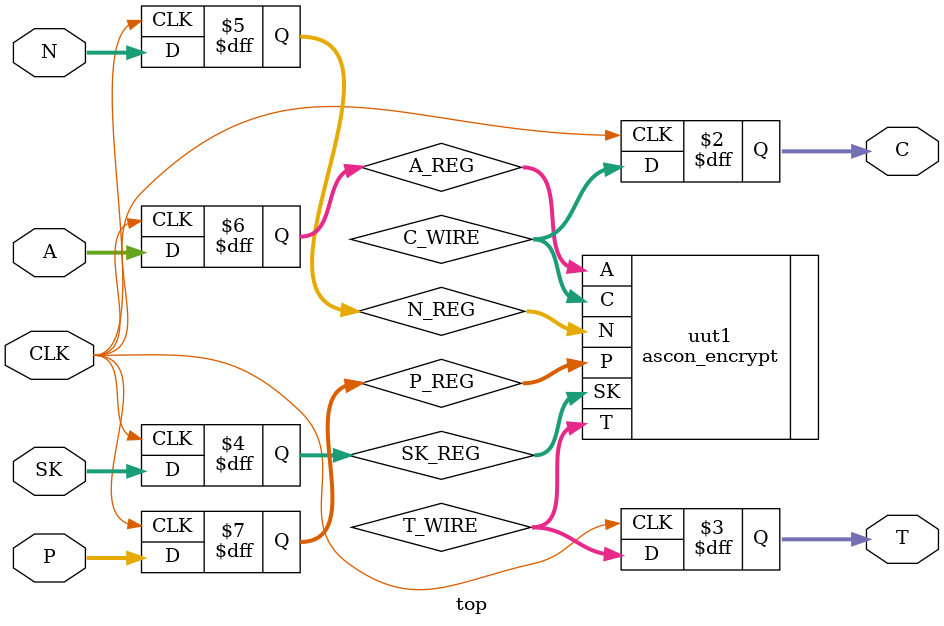
<source format=v>
`timescale 1ns / 1ps
module top(CLK, SK, N, A, P, C, T);
    input CLK;
    input [127:0] SK, N;
    input [63:0] A;
    input [63:0] P;
    output reg [63:0] C;
    output reg [127:0] T;
    
    
    reg [127:0] SK_REG, N_REG;
    reg [63:0] A_REG;
    reg [63:0] P_REG;
    wire [63:0] C_WIRE;
    wire [127:0] T_WIRE;
    
    always@(posedge CLK)begin
    SK_REG  <= SK;
    N_REG   <= N;
    A_REG   <= A;
    P_REG   <= P;
    C       <= C_WIRE;
    T       <= T_WIRE;
    end  

    ascon_encrypt uut1(.SK(SK_REG), .N(N_REG), .A(A_REG), .P(P_REG), .C(C_WIRE), .T(T_WIRE));
     
endmodule 
</source>
